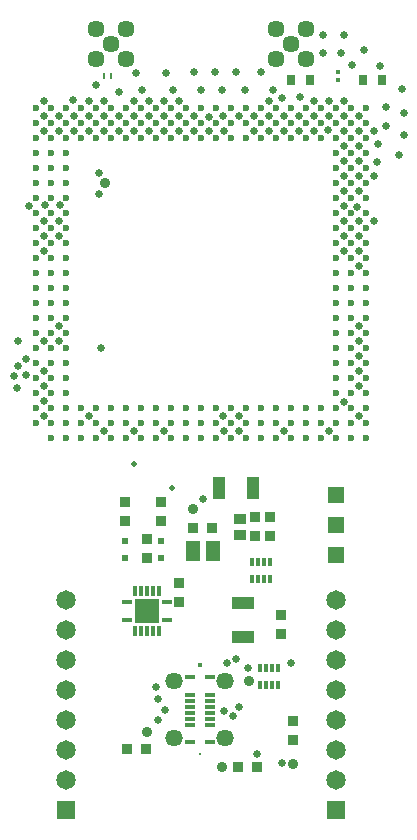
<source format=gbr>
%TF.GenerationSoftware,Altium Limited,Altium Designer,23.7.1 (13)*%
G04 Layer_Color=8388736*
%FSLAX45Y45*%
%MOMM*%
%TF.SameCoordinates,13906D11-38DA-49B6-AFB5-B3B90C62E25A*%
%TF.FilePolarity,Negative*%
%TF.FileFunction,Soldermask,Top*%
%TF.Part,Single*%
G01*
G75*
%TA.AperFunction,SMDPad,CuDef*%
%ADD10R,1.02000X1.92000*%
%ADD11R,0.30000X0.67000*%
%ADD12R,2.15000X2.15000*%
%ADD13R,0.30000X0.90000*%
%ADD14R,0.90000X0.30000*%
%ADD15R,0.60000X0.60000*%
%ADD16R,1.92000X1.02000*%
%TA.AperFunction,BGAPad,CuDef*%
%ADD17C,0.60000*%
%TA.AperFunction,SMDPad,CuDef*%
%ADD18R,0.25000X0.50000*%
%ADD19R,0.80000X0.90000*%
%ADD20R,0.42000X0.46000*%
%ADD21R,0.95000X0.85000*%
%ADD22R,0.87000X0.30000*%
%ADD23R,1.25000X1.80000*%
%ADD24R,0.85000X0.95000*%
%ADD25R,0.99000X0.81000*%
%TA.AperFunction,ComponentPad*%
%ADD34C,0.44500*%
%ADD35C,0.26000*%
%ADD36C,1.46000*%
%ADD37C,1.44600*%
%ADD38C,1.65000*%
%ADD39R,1.65000X1.65000*%
%ADD40R,1.40000X1.40000*%
%TA.AperFunction,ViaPad*%
%ADD41C,0.50000*%
%ADD42C,0.65000*%
%ADD43C,0.90000*%
D10*
X9581100Y5648960D02*
D03*
X9291100D02*
D03*
D11*
X9577000Y4879000D02*
D03*
X9627000D02*
D03*
X9677000D02*
D03*
X9727000D02*
D03*
Y5027000D02*
D03*
X9677000D02*
D03*
X9627000D02*
D03*
X9577000D02*
D03*
X9790500Y4125300D02*
D03*
X9740500D02*
D03*
X9690500D02*
D03*
X9640500D02*
D03*
Y3977300D02*
D03*
X9690500D02*
D03*
X9790500D02*
D03*
X9740500D02*
D03*
D12*
X8686800Y4610100D02*
D03*
D13*
X8786800Y4440100D02*
D03*
X8736800D02*
D03*
X8686800D02*
D03*
X8636800D02*
D03*
X8586800D02*
D03*
Y4780100D02*
D03*
X8636800D02*
D03*
X8686800D02*
D03*
X8736800D02*
D03*
X8786800D02*
D03*
D14*
X8516800Y4535100D02*
D03*
Y4685100D02*
D03*
X8856800D02*
D03*
Y4535100D02*
D03*
D15*
X8498840Y5060800D02*
D03*
Y5200800D02*
D03*
X8803640D02*
D03*
Y5060800D02*
D03*
D16*
X9499600Y4678900D02*
D03*
Y4388900D02*
D03*
D17*
X10540000Y8864600D02*
D03*
Y8737600D02*
D03*
Y8610600D02*
D03*
Y8483600D02*
D03*
Y8356600D02*
D03*
Y8229600D02*
D03*
Y8102600D02*
D03*
Y7975600D02*
D03*
Y7848600D02*
D03*
Y7721600D02*
D03*
Y7594600D02*
D03*
Y7467600D02*
D03*
Y7340600D02*
D03*
Y7213600D02*
D03*
Y7086600D02*
D03*
Y6959600D02*
D03*
Y6832600D02*
D03*
Y6705600D02*
D03*
Y6578600D02*
D03*
Y6451600D02*
D03*
Y6324600D02*
D03*
Y6197600D02*
D03*
Y6070600D02*
D03*
X10413000Y8864600D02*
D03*
Y8737600D02*
D03*
Y8610600D02*
D03*
Y8483600D02*
D03*
Y8356600D02*
D03*
Y8229600D02*
D03*
Y8102600D02*
D03*
Y7975600D02*
D03*
Y7848600D02*
D03*
Y7721600D02*
D03*
Y7594600D02*
D03*
Y7467600D02*
D03*
Y7340600D02*
D03*
Y7213600D02*
D03*
Y7086600D02*
D03*
Y6959600D02*
D03*
Y6832600D02*
D03*
Y6705600D02*
D03*
Y6578600D02*
D03*
Y6451600D02*
D03*
Y6324600D02*
D03*
Y6197600D02*
D03*
Y6070600D02*
D03*
X10286000Y8864600D02*
D03*
Y8737600D02*
D03*
Y8610600D02*
D03*
Y8483600D02*
D03*
Y8356600D02*
D03*
Y8229600D02*
D03*
Y8102600D02*
D03*
Y7975600D02*
D03*
Y7848600D02*
D03*
Y7721600D02*
D03*
Y7594600D02*
D03*
Y7467600D02*
D03*
Y7340600D02*
D03*
Y7213600D02*
D03*
Y7086600D02*
D03*
Y6959600D02*
D03*
Y6832600D02*
D03*
Y6705600D02*
D03*
Y6578600D02*
D03*
Y6451600D02*
D03*
Y6324600D02*
D03*
Y6197600D02*
D03*
Y6070600D02*
D03*
X10159000Y8864600D02*
D03*
Y8737600D02*
D03*
Y8610600D02*
D03*
Y6324600D02*
D03*
Y6197600D02*
D03*
Y6070600D02*
D03*
X10032000Y8864600D02*
D03*
Y8737600D02*
D03*
Y8610600D02*
D03*
Y6324600D02*
D03*
Y6197600D02*
D03*
Y6070600D02*
D03*
X9905000Y8864600D02*
D03*
Y8737600D02*
D03*
Y8610600D02*
D03*
Y6324600D02*
D03*
Y6197600D02*
D03*
Y6070600D02*
D03*
X9778000Y8864600D02*
D03*
Y8737600D02*
D03*
Y8610600D02*
D03*
Y6324600D02*
D03*
Y6197600D02*
D03*
Y6070600D02*
D03*
X9651000Y8864600D02*
D03*
Y8737600D02*
D03*
Y8610600D02*
D03*
Y6324600D02*
D03*
Y6197600D02*
D03*
Y6070600D02*
D03*
X9524000Y8864600D02*
D03*
Y8737600D02*
D03*
Y8610600D02*
D03*
Y6324600D02*
D03*
Y6197600D02*
D03*
Y6070600D02*
D03*
X9397000Y8864600D02*
D03*
Y8737600D02*
D03*
Y8610600D02*
D03*
Y6324600D02*
D03*
Y6197600D02*
D03*
Y6070600D02*
D03*
X9270000Y8864600D02*
D03*
Y8737600D02*
D03*
Y8610600D02*
D03*
Y6324600D02*
D03*
Y6197600D02*
D03*
Y6070600D02*
D03*
X9143000Y8864600D02*
D03*
Y8737600D02*
D03*
Y8610600D02*
D03*
Y6324600D02*
D03*
Y6197600D02*
D03*
Y6070600D02*
D03*
X9016000Y8864600D02*
D03*
Y8737600D02*
D03*
Y8610600D02*
D03*
Y6324600D02*
D03*
Y6197600D02*
D03*
Y6070600D02*
D03*
X8889000Y8864600D02*
D03*
Y8737600D02*
D03*
Y8610600D02*
D03*
Y6324600D02*
D03*
Y6197600D02*
D03*
Y6070600D02*
D03*
X8762000Y8864600D02*
D03*
Y8737600D02*
D03*
Y8610600D02*
D03*
Y6324600D02*
D03*
Y6197600D02*
D03*
Y6070600D02*
D03*
X8635000Y8864600D02*
D03*
Y8737600D02*
D03*
Y8610600D02*
D03*
Y6324600D02*
D03*
Y6197600D02*
D03*
Y6070600D02*
D03*
X8508000Y8864600D02*
D03*
Y8737600D02*
D03*
Y8610600D02*
D03*
Y6324600D02*
D03*
Y6197600D02*
D03*
Y6070600D02*
D03*
X8381000Y8864600D02*
D03*
Y8737600D02*
D03*
Y8610600D02*
D03*
Y6324600D02*
D03*
Y6197600D02*
D03*
Y6070600D02*
D03*
X8254000Y8864600D02*
D03*
Y8737600D02*
D03*
Y8610600D02*
D03*
Y6324600D02*
D03*
Y6197600D02*
D03*
Y6070600D02*
D03*
X8127000Y8864600D02*
D03*
Y8737600D02*
D03*
Y8610600D02*
D03*
Y6324600D02*
D03*
Y6197600D02*
D03*
Y6070600D02*
D03*
X8000000Y8864600D02*
D03*
Y8737600D02*
D03*
Y8610600D02*
D03*
Y8483600D02*
D03*
Y8356600D02*
D03*
Y8229600D02*
D03*
Y8102600D02*
D03*
Y7975600D02*
D03*
Y7848600D02*
D03*
Y7721600D02*
D03*
Y7594600D02*
D03*
Y7467600D02*
D03*
Y7340600D02*
D03*
Y7213600D02*
D03*
Y7086600D02*
D03*
Y6959600D02*
D03*
Y6832600D02*
D03*
Y6705600D02*
D03*
Y6578600D02*
D03*
Y6451600D02*
D03*
Y6324600D02*
D03*
Y6197600D02*
D03*
Y6070600D02*
D03*
X7873000Y8864600D02*
D03*
Y8737600D02*
D03*
Y8610600D02*
D03*
Y8483600D02*
D03*
Y8356600D02*
D03*
Y8229600D02*
D03*
Y8102600D02*
D03*
Y7975600D02*
D03*
Y7848600D02*
D03*
Y7721600D02*
D03*
Y7594600D02*
D03*
Y7467600D02*
D03*
Y7340600D02*
D03*
Y7213600D02*
D03*
Y7086600D02*
D03*
Y6959600D02*
D03*
Y6832600D02*
D03*
Y6705600D02*
D03*
Y6578600D02*
D03*
Y6451600D02*
D03*
Y6324600D02*
D03*
Y6197600D02*
D03*
Y6070600D02*
D03*
X7746000Y8864600D02*
D03*
Y8737600D02*
D03*
Y8610600D02*
D03*
Y8483600D02*
D03*
Y8356600D02*
D03*
Y8229600D02*
D03*
Y8102600D02*
D03*
Y7975600D02*
D03*
Y7848600D02*
D03*
Y7721600D02*
D03*
Y7594600D02*
D03*
Y7467600D02*
D03*
Y7340600D02*
D03*
Y7213600D02*
D03*
Y7086600D02*
D03*
Y6959600D02*
D03*
Y6832600D02*
D03*
Y6705600D02*
D03*
Y6578600D02*
D03*
Y6451600D02*
D03*
Y6324600D02*
D03*
Y6197600D02*
D03*
D18*
X8381480Y9138920D02*
D03*
X8316480D02*
D03*
D19*
X10067280Y9103360D02*
D03*
X9907280D02*
D03*
X10671800D02*
D03*
X10511800D02*
D03*
D20*
X10299700Y9169380D02*
D03*
Y9103380D02*
D03*
D21*
X8498840Y5528300D02*
D03*
Y5368300D02*
D03*
X8803640D02*
D03*
Y5528300D02*
D03*
X8956040Y4685040D02*
D03*
Y4845040D02*
D03*
X8684260Y5060960D02*
D03*
Y5220960D02*
D03*
X9728200Y5401300D02*
D03*
Y5241300D02*
D03*
X9601200D02*
D03*
Y5401300D02*
D03*
X9817100Y4575800D02*
D03*
Y4415800D02*
D03*
X9918700Y3674100D02*
D03*
Y3514100D02*
D03*
D22*
X9217800Y3496900D02*
D03*
Y3646900D02*
D03*
Y3696900D02*
D03*
Y3746900D02*
D03*
Y3796900D02*
D03*
Y3846900D02*
D03*
Y3896900D02*
D03*
Y4046900D02*
D03*
X9044800D02*
D03*
Y3896900D02*
D03*
Y3846900D02*
D03*
Y3796900D02*
D03*
Y3746900D02*
D03*
Y3696900D02*
D03*
Y3646900D02*
D03*
Y3496900D02*
D03*
D23*
X9241700Y5118100D02*
D03*
X9071700D02*
D03*
D24*
X9236700Y5308600D02*
D03*
X9076700D02*
D03*
X9617700Y3289300D02*
D03*
X9457700D02*
D03*
X8677900Y3441700D02*
D03*
X8517900D02*
D03*
D25*
X9474200Y5252300D02*
D03*
Y5390300D02*
D03*
D34*
X9131300Y4146900D02*
D03*
D35*
Y3396900D02*
D03*
D36*
X9346300Y3531900D02*
D03*
Y4011900D02*
D03*
X8916300D02*
D03*
Y3531900D02*
D03*
D37*
X8382000Y9410700D02*
D03*
X8255000Y9537700D02*
D03*
Y9283700D02*
D03*
X8509000D02*
D03*
Y9537700D02*
D03*
X9906000Y9410700D02*
D03*
X9779000Y9537700D02*
D03*
Y9283700D02*
D03*
X10033000D02*
D03*
Y9537700D02*
D03*
D38*
X10285999Y4699000D02*
D03*
Y4445000D02*
D03*
Y4191000D02*
D03*
Y3937000D02*
D03*
Y3683000D02*
D03*
Y3429000D02*
D03*
Y3175000D02*
D03*
X7999999Y4699000D02*
D03*
Y4445000D02*
D03*
Y4191000D02*
D03*
Y3937000D02*
D03*
Y3683000D02*
D03*
Y3429000D02*
D03*
Y3175000D02*
D03*
D39*
X10285999Y2921000D02*
D03*
X7999999D02*
D03*
D40*
X10286000Y5080000D02*
D03*
Y5334000D02*
D03*
X10287000Y5588000D02*
D03*
D41*
X8892540Y5651500D02*
D03*
X8577580Y5852160D02*
D03*
D42*
X9537700Y4127500D02*
D03*
X7586980Y6497320D02*
D03*
X7658100Y6604000D02*
D03*
X8280400Y8140700D02*
D03*
Y8318500D02*
D03*
X7594600Y6680200D02*
D03*
X7556500Y6593840D02*
D03*
X9410700Y3721100D02*
D03*
X9461500Y3797300D02*
D03*
X8763000Y3962400D02*
D03*
X8590280Y9161780D02*
D03*
X9359900Y4165600D02*
D03*
X9824720Y3322320D02*
D03*
X9161780Y5552440D02*
D03*
X8293100Y6832600D02*
D03*
X10633489Y8413403D02*
D03*
X7810500Y6261100D02*
D03*
X7818784Y8047384D02*
D03*
X7944784D02*
D03*
X8953500Y8928100D02*
D03*
X9334500Y8674100D02*
D03*
X9327650Y8801100D02*
D03*
X9213350Y8788400D02*
D03*
X10464300Y8026400D02*
D03*
X10353425Y6375400D02*
D03*
X9588500Y8674100D02*
D03*
X9461500Y8801100D02*
D03*
X9715500Y8928100D02*
D03*
X9829800Y8953500D02*
D03*
X8064500Y8801100D02*
D03*
X7937500D02*
D03*
Y7023100D02*
D03*
X9330497Y6258413D02*
D03*
X9461000Y6134100D02*
D03*
X10604500Y7912100D02*
D03*
X10637469Y8560756D02*
D03*
X9983156Y8961069D02*
D03*
X8249920Y9057640D02*
D03*
X9080500Y9169400D02*
D03*
X9258300D02*
D03*
X9436100D02*
D03*
X9652000D02*
D03*
X9753600Y9017000D02*
D03*
X9512300D02*
D03*
X9321800D02*
D03*
X9144000D02*
D03*
X8902700D02*
D03*
X8638540Y9019540D02*
D03*
X8448040Y9004300D02*
D03*
X8849360Y9161780D02*
D03*
X10706100Y8712200D02*
D03*
Y8877300D02*
D03*
X10419080Y9227820D02*
D03*
X10325100Y9334500D02*
D03*
X10172700D02*
D03*
Y9486900D02*
D03*
X10350500D02*
D03*
X10523220Y9354820D02*
D03*
X10655300Y9222740D02*
D03*
X10845800Y9029700D02*
D03*
X10858500Y8826500D02*
D03*
Y8636000D02*
D03*
X10820400Y8470900D02*
D03*
X9906000Y4165600D02*
D03*
X8839200Y3771900D02*
D03*
X7810500Y6388100D02*
D03*
Y6515100D02*
D03*
X7937500Y6896100D02*
D03*
X7810500Y6643100D02*
D03*
X7658100Y6744700D02*
D03*
X7810500Y6895600D02*
D03*
Y7658100D02*
D03*
X7937500Y7785600D02*
D03*
Y7912100D02*
D03*
X7810500Y7785100D02*
D03*
X7809500Y7912100D02*
D03*
X7683500Y8039600D02*
D03*
X7810500Y8674100D02*
D03*
X7810000Y8801100D02*
D03*
Y8928100D02*
D03*
X7937000Y8674100D02*
D03*
X8055867Y8933219D02*
D03*
X8064500Y8674100D02*
D03*
X8191500D02*
D03*
Y8801100D02*
D03*
Y8927600D02*
D03*
X8318500D02*
D03*
Y8800600D02*
D03*
Y8673600D02*
D03*
X8445500Y8674100D02*
D03*
Y8801350D02*
D03*
X8572500Y8928100D02*
D03*
Y8801100D02*
D03*
Y8674100D02*
D03*
X8699500D02*
D03*
Y8801100D02*
D03*
Y8927600D02*
D03*
X8826500Y8928100D02*
D03*
Y8801100D02*
D03*
Y8674100D02*
D03*
X9080500D02*
D03*
X8953500D02*
D03*
Y8800600D02*
D03*
X9080500Y8801100D02*
D03*
X9207500Y8674100D02*
D03*
X9588500Y8801100D02*
D03*
X9715500Y8674100D02*
D03*
Y8801100D02*
D03*
X9842500D02*
D03*
Y8674100D02*
D03*
X9969500Y8673850D02*
D03*
X9969000Y8801100D02*
D03*
X10096500Y8928100D02*
D03*
Y8801100D02*
D03*
Y8674100D02*
D03*
X10223000Y8801100D02*
D03*
X10223500Y8928100D02*
D03*
X10350500Y8801100D02*
D03*
Y8928100D02*
D03*
Y8674100D02*
D03*
X10219728Y8679365D02*
D03*
X10350500Y8547100D02*
D03*
X10477000Y8674100D02*
D03*
X10477500Y8801600D02*
D03*
X10604000Y8674100D02*
D03*
X10477000Y8547100D02*
D03*
X10350500Y8420100D02*
D03*
X10350000Y8293100D02*
D03*
X10477000Y8420100D02*
D03*
X10604000Y8293100D02*
D03*
X10477000D02*
D03*
X10350000Y8166100D02*
D03*
X10477500D02*
D03*
X10350000Y8039100D02*
D03*
X10350000Y7912100D02*
D03*
X10477500D02*
D03*
Y7785100D02*
D03*
X10350000D02*
D03*
Y7658100D02*
D03*
X10477500D02*
D03*
Y7531100D02*
D03*
X10477000Y7023100D02*
D03*
X10477000Y6896100D02*
D03*
Y6769100D02*
D03*
Y6642100D02*
D03*
Y6515100D02*
D03*
X10477500Y6261100D02*
D03*
X10223500Y6134100D02*
D03*
X9842500D02*
D03*
X8826500Y6134600D02*
D03*
X8191000Y6261100D02*
D03*
X8318500Y6134100D02*
D03*
X8572500D02*
D03*
X9461500Y6261100D02*
D03*
X9334500Y6134100D02*
D03*
X9436100Y4203700D02*
D03*
X7594600Y6896100D02*
D03*
X9617700Y3399800D02*
D03*
X8775700Y3860800D02*
D03*
Y3683000D02*
D03*
X9334500Y3759200D02*
D03*
D43*
X9923780Y3312160D02*
D03*
X9076700Y5473700D02*
D03*
X9321800Y3289300D02*
D03*
X8686800Y3581400D02*
D03*
X9550400Y4013200D02*
D03*
X8331200Y8229600D02*
D03*
%TF.MD5,3cba1397a0c2819cfff070bfabe96b93*%
M02*

</source>
